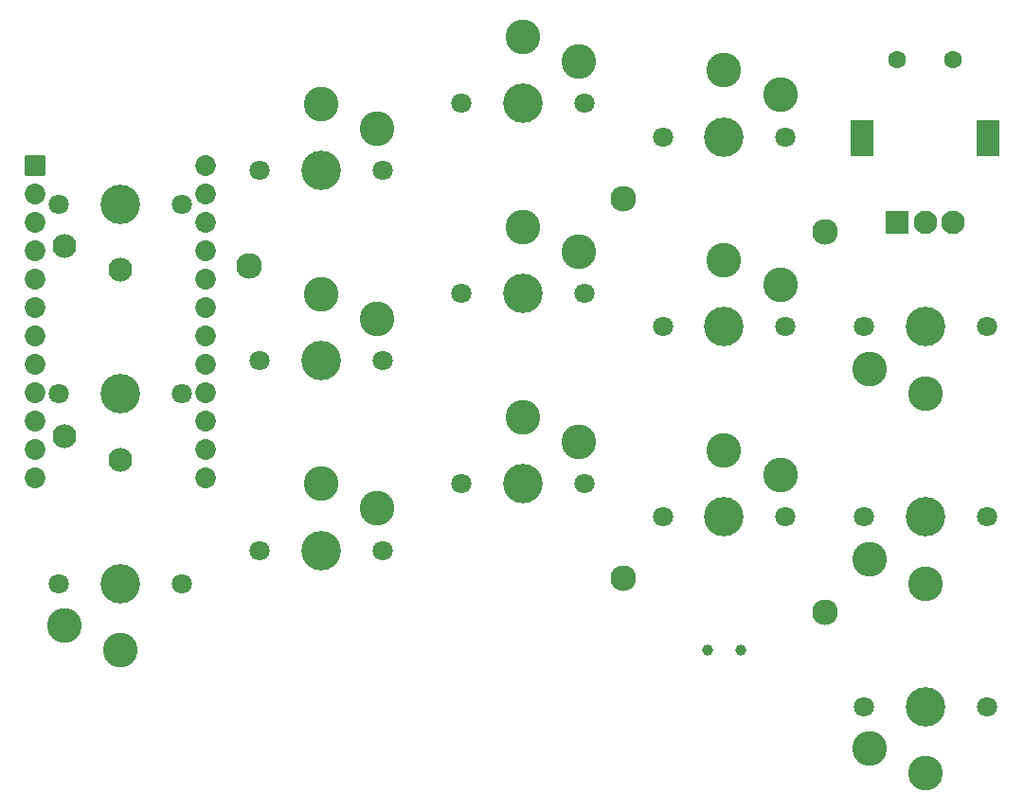
<source format=gbr>
%TF.GenerationSoftware,KiCad,Pcbnew,(7.0.0-0)*%
%TF.CreationDate,2023-06-08T17:13:25+08:00*%
%TF.ProjectId,right,72696768-742e-46b6-9963-61645f706362,v1.0.0*%
%TF.SameCoordinates,Original*%
%TF.FileFunction,Soldermask,Top*%
%TF.FilePolarity,Negative*%
%FSLAX46Y46*%
G04 Gerber Fmt 4.6, Leading zero omitted, Abs format (unit mm)*
G04 Created by KiCad (PCBNEW (7.0.0-0)) date 2023-06-08 17:13:25*
%MOMM*%
%LPD*%
G01*
G04 APERTURE LIST*
G04 Aperture macros list*
%AMRoundRect*
0 Rectangle with rounded corners*
0 $1 Rounding radius*
0 $2 $3 $4 $5 $6 $7 $8 $9 X,Y pos of 4 corners*
0 Add a 4 corners polygon primitive as box body*
4,1,4,$2,$3,$4,$5,$6,$7,$8,$9,$2,$3,0*
0 Add four circle primitives for the rounded corners*
1,1,$1+$1,$2,$3*
1,1,$1+$1,$4,$5*
1,1,$1+$1,$6,$7*
1,1,$1+$1,$8,$9*
0 Add four rect primitives between the rounded corners*
20,1,$1+$1,$2,$3,$4,$5,0*
20,1,$1+$1,$4,$5,$6,$7,0*
20,1,$1+$1,$6,$7,$8,$9,0*
20,1,$1+$1,$8,$9,$2,$3,0*%
G04 Aperture macros list end*
%ADD10C,3.529000*%
%ADD11C,1.801800*%
%ADD12C,2.132000*%
%ADD13RoundRect,0.050000X1.000000X-1.000000X1.000000X1.000000X-1.000000X1.000000X-1.000000X-1.000000X0*%
%ADD14C,2.100000*%
%ADD15C,1.600000*%
%ADD16RoundRect,0.050000X1.000000X-1.600000X1.000000X1.600000X-1.000000X1.600000X-1.000000X-1.600000X0*%
%ADD17C,1.000000*%
%ADD18RoundRect,0.050000X-0.876300X0.876300X-0.876300X-0.876300X0.876300X-0.876300X0.876300X0.876300X0*%
%ADD19C,1.852600*%
%ADD20C,2.300000*%
%ADD21C,3.100000*%
G04 APERTURE END LIST*
D10*
%TO.C,S1*%
X0Y34000000D03*
D11*
X5500000Y34000000D03*
X-5500000Y34000000D03*
D12*
X-5000000Y30200000D03*
X0Y28100000D03*
%TD*%
D10*
%TO.C,S2*%
X0Y17000000D03*
D11*
X5500000Y17000000D03*
X-5500000Y17000000D03*
D12*
X-5000000Y13200000D03*
X0Y11100000D03*
%TD*%
D13*
%TO.C,ROT1*%
X69460000Y32380000D03*
D14*
X71960000Y32380000D03*
X74460000Y32380000D03*
D15*
X69460000Y46880000D03*
X74460000Y46880000D03*
D16*
X66360000Y39880000D03*
X77560000Y39880000D03*
%TD*%
D17*
%TO.C,SS1*%
X55500000Y-5930000D03*
X52500000Y-5930000D03*
%TD*%
D18*
%TO.C,MCU1*%
X-7620000Y37470000D03*
D19*
X-7620000Y34930000D03*
X-7620000Y32390000D03*
X-7620000Y29850000D03*
X-7620000Y27310000D03*
X-7620000Y24770000D03*
X-7620000Y22230000D03*
X-7620000Y19690000D03*
X-7620000Y17150000D03*
X-7620000Y14610000D03*
X-7620000Y12070000D03*
X-7620000Y9530000D03*
X7620000Y37470000D03*
X7620000Y34930000D03*
X7620000Y32390000D03*
X7620000Y29850000D03*
X7620000Y27310000D03*
X7620000Y24770000D03*
X7620000Y22230000D03*
X7620000Y19690000D03*
X7620000Y17150000D03*
X7620000Y14610000D03*
X7620000Y12070000D03*
X7620000Y9530000D03*
%TD*%
D20*
%TO.C,H1*%
X11500000Y28500000D03*
%TD*%
%TO.C,H2*%
X45000000Y34500000D03*
%TD*%
%TO.C,H3*%
X45000000Y500000D03*
%TD*%
%TO.C,H4*%
X63000000Y31500000D03*
%TD*%
%TO.C,H5*%
X63000000Y-2500000D03*
%TD*%
D10*
%TO.C,S3*%
X72000000Y23000000D03*
D11*
X77500000Y23000000D03*
X66500000Y23000000D03*
D21*
X67000000Y19250000D03*
X72000000Y17050000D03*
%TD*%
D10*
%TO.C,S4*%
X72000000Y6000000D03*
D11*
X77500000Y6000000D03*
X66500000Y6000000D03*
D21*
X67000000Y2250000D03*
X72000000Y50000D03*
%TD*%
D10*
%TO.C,S5*%
X72000000Y-11000000D03*
D11*
X77500000Y-11000000D03*
X66500000Y-11000000D03*
D21*
X67000000Y-14750000D03*
X72000000Y-16950000D03*
%TD*%
D10*
%TO.C,S6*%
X54000000Y40000000D03*
D11*
X48500000Y40000000D03*
X59500000Y40000000D03*
D21*
X59000000Y43750000D03*
X54000000Y45950000D03*
%TD*%
D10*
%TO.C,S7*%
X54000000Y23000000D03*
D11*
X48500000Y23000000D03*
X59500000Y23000000D03*
D21*
X59000000Y26750000D03*
X54000000Y28950000D03*
%TD*%
D10*
%TO.C,S8*%
X54000000Y6000000D03*
D11*
X48500000Y6000000D03*
X59500000Y6000000D03*
D21*
X59000000Y9750000D03*
X54000000Y11950000D03*
%TD*%
D10*
%TO.C,S9*%
X36000000Y43000000D03*
D11*
X30500000Y43000000D03*
X41500000Y43000000D03*
D21*
X41000000Y46750000D03*
X36000000Y48950000D03*
%TD*%
D10*
%TO.C,S10*%
X36000000Y26000000D03*
D11*
X30500000Y26000000D03*
X41500000Y26000000D03*
D21*
X41000000Y29750000D03*
X36000000Y31950000D03*
%TD*%
D10*
%TO.C,S11*%
X36000000Y9000000D03*
D11*
X30500000Y9000000D03*
X41500000Y9000000D03*
D21*
X41000000Y12750000D03*
X36000000Y14950000D03*
%TD*%
D10*
%TO.C,S12*%
X18000000Y37000000D03*
D11*
X12500000Y37000000D03*
X23500000Y37000000D03*
D21*
X23000000Y40750000D03*
X18000000Y42950000D03*
%TD*%
D10*
%TO.C,S13*%
X18000000Y20000000D03*
D11*
X12500000Y20000000D03*
X23500000Y20000000D03*
D21*
X23000000Y23750000D03*
X18000000Y25950000D03*
%TD*%
D10*
%TO.C,S14*%
X18000000Y3000000D03*
D11*
X12500000Y3000000D03*
X23500000Y3000000D03*
D21*
X23000000Y6750000D03*
X18000000Y8950000D03*
%TD*%
D10*
%TO.C,S15*%
X0Y0D03*
D11*
X5500000Y0D03*
X-5500000Y0D03*
D21*
X-5000000Y-3750000D03*
X0Y-5950000D03*
%TD*%
M02*

</source>
